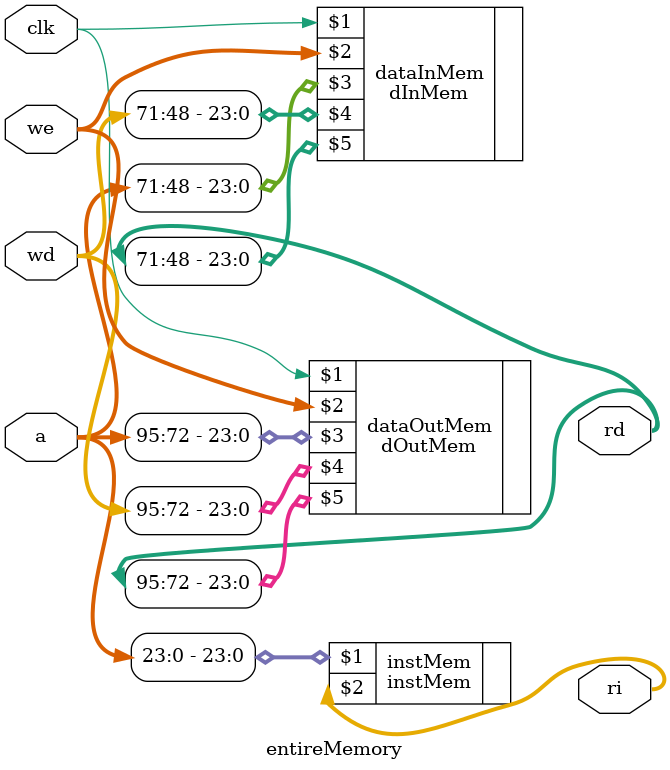
<source format=sv>

/*
	todo: definir bien los tamanos de las memorias
	Memory with segmentation
	Inputs:
	- clk: the clock
	- we: enables writing on data segment
	- a1: instruction segment address
	- a2: data segment address
	- wd: data to write on data segment
	Outputs:
	- rd1: instruction requested
	- rd2: data requested
*/

module entireMemory #(parameter WIDTH = 24)
  (input logic clk,
	input logic [3:0] we,
	input logic [WIDTH*4-1:0] a, wd, //  [95:0]
	output logic [WIDTH*4-1:WIDTH] rd,    //  [95:0]
	output logic [WIDTH-1:0] ri    //  [95:0]
	); 
		
	logic [WIDTH-1:0] rdTemp;	
		
	// [WIDTH-1:0] = [23:0]
	instMem #(24,64) // Instruction mem
		instMem(a[WIDTH-1:0],ri); 
		
	// [WIDTH*2-1:WIDTH] = [47:24]
	//senFuncMem #(24,1024) // Sen Func Mem
	//	senoFuncMemInst(clk,we,a[WIDTH-1:0],wd[WIDTH-1:0],rd[WIDTH-1:0]);	
	
	
	//assign ri = rdTemp;
	// [WIDTH*2-1:WIDTH] = [47:24]
	//senFuncMem #(24,1024) // Sen Func Mem
	//	senoFuncMem(clk,we,a[WIDTH*2-1:WIDTH],wd[WIDTH*2-1:WIDTH],rd[WIDTH*2-1:WIDTH]);
		
	// [WIDTH*3-1:WIDTH*2] = [71:48]
	dInMem #(24,90000) // In data
		dataInMem(clk,we,a[WIDTH*3-1:WIDTH*2],wd[WIDTH*3-1:WIDTH*2],rd[WIDTH*3-1:WIDTH*2]);

	// [WIDTH*4-1:WIDTH*3] = [95:72]
	dOutMem #(24,90000) //Out data
		dataOutMem(clk,we,a[WIDTH*4-1:WIDTH*3],wd[WIDTH*4-1:WIDTH*3],rd[WIDTH*4-1:WIDTH*3]);		
	//	
	
endmodule
</source>
